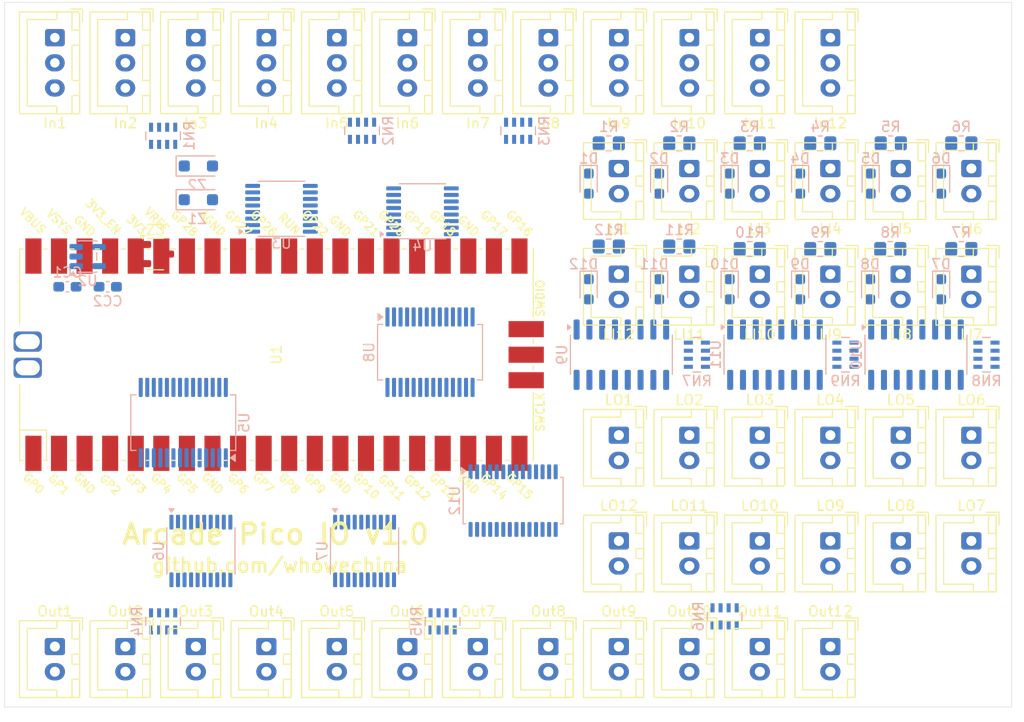
<source format=kicad_pcb>
(kicad_pcb (version 20241229) (generator "pcbnew") (generator_version "9.0")
  (layers (0 "F.Cu" signal) (2 "B.Cu" signal) (13 "F.Paste" user) (15 "B.Paste" user) (5 "F.SilkS" user "F.Silkscreen") (7 "B.SilkS" user "B.Silkscreen") (1 "F.Mask" user) (3 "B.Mask" user) (25 "Edge.Cuts" user))
  (net 0 "")
  (net 1 "VBUS")
  (net 2 "GND")
  (net 3 "VHAL")
  (net 5 "Net-(LI1-Pin_1)")
  (net 6 "Net-(In1-Pin_2)")
  (net 7 "Net-(In2-Pin_2)")
  (net 8 "Net-(In3-Pin_2)")
  (net 9 "Net-(In4-Pin_2)")
  (net 10 "Net-(In5-Pin_2)")
  (net 11 "Net-(In6-Pin_2)")
  (net 12 "Net-(In7-Pin_2)")
  (net 13 "Net-(In8-Pin_2)")
  (net 14 "Net-(In9-Pin_2)")
  (net 15 "Net-(In10-Pin_2)")
  (net 16 "Net-(In11-Pin_2)")
  (net 17 "Net-(In12-Pin_2)")
  (net 20 "/SDA")
  (net 26 "/SCL")
  (net 31 "Net-(RN2-R4.1)")
  (net 32 "Net-(U1-GPIO26_ADC0)")
  (net 33 "/MUX_2")
  (net 34 "/MUX_1")
  (net 35 "Net-(RN2-R3.1)")
  (net 36 "Net-(RN2-R1.1)")
  (net 37 "Net-(RN2-R2.1)")
  (net 38 "/MUX_0")
  (net 39 "Net-(RN1-R2.1)")
  (net 40 "Net-(RN1-R3.1)")
  (net 41 "Net-(U1-GPIO27_ADC1)")
  (net 42 "Net-(RN1-R1.1)")
  (net 43 "Net-(RN1-R4.1)")
  (net 44 "Net-(RN3-R4.1)")
  (net 45 "Net-(RN3-R3.1)")
  (net 46 "Net-(RN3-R1.1)")
  (net 47 "Net-(RN3-R2.1)")
  (net 48 "Net-(LI2-Pin_1)")
  (net 49 "Net-(LI3-Pin_1)")
  (net 50 "Net-(LI4-Pin_1)")
  (net 51 "Net-(LI5-Pin_1)")
  (net 52 "+3V3")
  (net 53 "Net-(LO1-Pin_2)")
  (net 66 "Net-(U1-ADC_VREF)")
  (net 67 "VRGB")
  (net 69 "Net-(LI6-Pin_1)")
  (net 70 "Net-(LI7-Pin_1)")
  (net 71 "Net-(LI8-Pin_1)")
  (net 72 "Net-(LI9-Pin_1)")
  (net 73 "Net-(LI10-Pin_1)")
  (net 74 "Net-(LI11-Pin_1)")
  (net 75 "Net-(LI12-Pin_1)")
  (net 76 "Net-(Out1-Pin_1)")
  (net 77 "Net-(Out2-Pin_1)")
  (net 78 "Net-(Out3-Pin_1)")
  (net 79 "Net-(Out4-Pin_1)")
  (net 80 "Net-(Out5-Pin_1)")
  (net 81 "Net-(Out6-Pin_1)")
  (net 82 "Net-(Out7-Pin_1)")
  (net 83 "Net-(Out8-Pin_1)")
  (net 84 "Net-(Out9-Pin_1)")
  (net 85 "Net-(Out10-Pin_1)")
  (net 86 "Net-(Out11-Pin_1)")
  (net 87 "Net-(Out12-Pin_1)")
  (net 89 "Net-(RN5-R2.1)")
  (net 91 "Net-(RN5-R3.1)")
  (net 92 "Net-(RN6-R3.1)")
  (net 93 "Net-(RN6-R1.1)")
  (net 94 "Net-(RN6-R4.1)")
  (net 96 "Net-(RN5-R1.1)")
  (net 99 "Net-(RN6-R2.1)")
  (net 101 "Net-(RN5-R4.1)")
  (net 102 "Net-(LO2-Pin_2)")
  (net 103 "Net-(LO3-Pin_2)")
  (net 104 "Net-(LO4-Pin_2)")
  (net 105 "Net-(LO5-Pin_2)")
  (net 106 "Net-(LO6-Pin_2)")
  (net 107 "Net-(LO7-Pin_2)")
  (net 108 "Net-(LO9-Pin_2)")
  (net 109 "Net-(LO10-Pin_2)")
  (net 110 "Net-(LO11-Pin_2)")
  (net 111 "Net-(LO12-Pin_2)")
  (net 112 "VO")
  (net 113 "Net-(RN4-R2.1)")
  (net 114 "Net-(RN4-R3.1)")
  (net 115 "Net-(RN4-R1.1)")
  (net 116 "Net-(RN4-R4.1)")
  (net 131 "Net-(U5-GPB5)")
  (net 132 "Net-(U5-GPA2)")
  (net 133 "Net-(U5-GPB2)")
  (net 135 "Net-(U5-GPA0)")
  (net 136 "Net-(U5-GPA4)")
  (net 137 "Net-(U5-GPA5)")
  (net 140 "Net-(U5-GPB3)")
  (net 143 "Net-(U5-GPA1)")
  (net 144 "Net-(U5-GPA6)")
  (net 145 "Net-(U5-GPB7)")
  (net 146 "Net-(U5-GPB1)")
  (net 147 "Net-(U5-GPA3)")
  (net 148 "Net-(U5-GPB6)")
  (net 149 "Net-(U5-GPB4)")
  (net 150 "Net-(U5-GPB0)")
  (net 151 "Net-(U5-GPA7)")
  (net 158 "Net-(RN7-R2.1)")
  (net 159 "Net-(RN8-R1.1)")
  (net 160 "Net-(RN8-R4.1)")
  (net 161 "Net-(RN8-R2.1)")
  (net 162 "Net-(RN7-R3.1)")
  (net 163 "Net-(RN9-R3.1)")
  (net 164 "Net-(RN9-R1.1)")
  (net 165 "Net-(RN9-R4.1)")
  (net 166 "Net-(RN7-R1.1)")
  (net 167 "Net-(RN8-R3.1)")
  (net 168 "Net-(RN9-R2.1)")
  (net 169 "Net-(RN7-R4.1)")
  (net 174 "Net-(LO8-Pin_2)")
  (net 175 "Net-(D1-A)")
  (net 176 "Net-(D1-K)")
  (net 177 "Net-(D2-K)")
  (net 178 "Net-(D2-A)")
  (net 179 "Net-(D3-K)")
  (net 180 "Net-(D3-A)")
  (net 181 "Net-(D4-A)")
  (net 182 "Net-(D4-K)")
  (net 183 "Net-(D5-K)")
  (net 184 "Net-(D5-A)")
  (net 185 "Net-(D6-A)")
  (net 186 "Net-(D6-K)")
  (net 187 "Net-(D7-K)")
  (net 188 "Net-(D7-A)")
  (net 189 "Net-(D8-A)")
  (net 190 "Net-(D8-K)")
  (net 191 "Net-(D9-K)")
  (net 192 "Net-(D9-A)")
  (net 193 "Net-(D10-A)")
  (net 194 "Net-(D10-K)")
  (net 195 "Net-(D11-K)")
  (net 196 "Net-(D11-A)")
  (net 197 "Net-(D12-A)")
  (net 198 "Net-(D12-K)")
  (footprint "Connector_JST:JST_XH_B3B-XH-A_1x03_P2.50mm_Vertical" (layer "F.Cu") (at 119 73.5 -90)
    (property "Reference" "In3")
    (property "Value" "Conn_01x03_Pin")
  )
  (footprint "Connector_JST:JST_XH_B3B-XH-A_1x03_P2.50mm_Vertical" (layer "F.Cu") (at 133 73.5 -90)
    (property "Reference" "In5")
    (property "Value" "Conn_01x03_Pin")
  )
  (footprint "Connector_JST:JST_XH_B2B-XH-A_1x02_P2.50mm_Vertical" (layer "F.Cu") (at 189 113 -90)
    (property "Reference" "LO5")
    (property "Value" "Conn_01x02_Pin")
  )
  (footprint "Connector_JST:JST_XH_B2B-XH-A_1x02_P2.50mm_Vertical" (layer "F.Cu") (at 161 97 -90)
    (property "Reference" "LI12")
    (property "Value" "Conn_01x02_Pin")
  )
  (footprint "Connector_JST:JST_XH_B2B-XH-A_1x02_P2.50mm_Vertical" (layer "F.Cu") (at 112 134 -90)
    (property "Reference" "Out2")
    (property "Value" "Conn_01x02_Pin")
  )
  (footprint "Connector_JST:JST_XH_B3B-XH-A_1x03_P2.50mm_Vertical" (layer "F.Cu") (at 182 73.5 -90)
    (property "Reference" "In12")
    (property "Value" "Conn_01x03_Pin")
  )
  (footprint "Connector_JST:JST_XH_B2B-XH-A_1x02_P2.50mm_Vertical" (layer "F.Cu") (at 119 134 -90)
    (property "Reference" "Out3")
    (property "Value" "Conn_01x02_Pin")
  )
  (footprint "Connector_JST:JST_XH_B2B-XH-A_1x02_P2.50mm_Vertical" (layer "F.Cu") (at 168 123.5 -90)
    (property "Reference" "LO11")
    (property "Value" "Conn_01x02_Pin")
  )
  (footprint "Connector_JST:JST_XH_B3B-XH-A_1x03_P2.50mm_Vertical" (layer "F.Cu") (at 161 73.5 -90)
    (property "Reference" "In9")
    (property "Value" "Conn_01x03_Pin")
  )
  (footprint "Connector_JST:JST_XH_B2B-XH-A_1x02_P2.50mm_Vertical" (layer "F.Cu") (at 105 134 -90)
    (property "Reference" "Out1")
    (property "Value" "Conn_01x02_Pin")
  )
  (footprint "Connector_JST:JST_XH_B2B-XH-A_1x02_P2.50mm_Vertical" (layer "F.Cu") (at 168 97 -90)
    (property "Reference" "LI11")
    (property "Value" "Conn_01x02_Pin")
  )
  (footprint "Connector_JST:JST_XH_B2B-XH-A_1x02_P2.50mm_Vertical" (layer "F.Cu") (at 175 86.5 -90)
    (property "Reference" "LI3")
    (property "Value" "Conn_01x02_Pin")
  )
  (footprint "io:RPi_Pico_SMD_Pins" (layer "F.Cu") (at 127 105 90)
    (property "Reference" "U1")
    (property "Value" "PiPico")
  )
  (footprint "Connector_JST:JST_XH_B2B-XH-A_1x02_P2.50mm_Vertical" (layer "F.Cu") (at 126 134 -90)
    (property "Reference" "Out4")
    (property "Value" "Conn_01x02_Pin")
  )
  (footprint "Connector_JST:JST_XH_B3B-XH-A_1x03_P2.50mm_Vertical" (layer "F.Cu") (at 147 73.5 -90)
    (property "Reference" "In7")
    (property "Value" "Conn_01x03_Pin")
  )
  (footprint "Connector_JST:JST_XH_B2B-XH-A_1x02_P2.50mm_Vertical" (layer "F.Cu") (at 189 86.5 -90)
    (property "Reference" "LI5")
    (property "Value" "Conn_01x02_Pin")
  )
  (footprint "Connector_JST:JST_XH_B2B-XH-A_1x02_P2.50mm_Vertical" (layer "F.Cu") (at 182 134 -90)
    (property "Reference" "Out12")
    (property "Value" "Conn_01x02_Pin")
  )
  (footprint "Connector_JST:JST_XH_B3B-XH-A_1x03_P2.50mm_Vertical" (layer "F.Cu") (at 140 73.5 -90)
    (property "Reference" "In6")
    (property "Value" "Conn_01x03_Pin")
  )
  (footprint "Connector_JST:JST_XH_B2B-XH-A_1x02_P2.50mm_Vertical" (layer "F.Cu") (at 161 86.5 -90)
    (property "Reference" "LI1")
    (property "Value" "Conn_01x02_Pin")
  )
  (footprint "Connector_JST:JST_XH_B2B-XH-A_1x02_P2.50mm_Vertical" (layer "F.Cu") (at 196 123.5 -90)
    (property "Reference" "LO7")
    (property "Value" "Conn_01x02_Pin")
  )
  (footprint "Connector_JST:JST_XH_B2B-XH-A_1x02_P2.50mm_Vertical" (layer "F.Cu") (at 168 86.5 -90)
    (property "Reference" "LI2")
    (property "Value" "Conn_01x02_Pin")
  )
  (footprint "Connector_JST:JST_XH_B2B-XH-A_1x02_P2.50mm_Vertical" (layer "F.Cu") (at 182 86.5 -90)
    (property "Reference" "LI4")
    (property "Value" "Conn_01x02_Pin")
  )
  (footprint "Connector_JST:JST_XH_B2B-XH-A_1x02_P2.50mm_Vertical" (layer "F.Cu") (at 161 113 -90)
    (property "Reference" "LO1")
    (property "Value" "Conn_01x02_Pin")
  )
  (footprint "Connector_JST:JST_XH_B2B-XH-A_1x02_P2.50mm_Vertical" (layer "F.Cu") (at 188.975 97 -90)
    (property "Reference" "LI8")
    (property "Value" "Conn_01x02_Pin")
  )
  (footprint "Connector_JST:JST_XH_B2B-XH-A_1x02_P2.50mm_Vertical" (layer "F.Cu") (at 196 113 -90)
    (property "Reference" "LO6")
    (property "Value" "Conn_01x02_Pin")
  )
  (footprint "Connector_JST:JST_XH_B2B-XH-A_1x02_P2.50mm_Vertical" (layer "F.Cu") (at 168 134 -90)
    (property "Reference" "Out10")
    (property "Value" "Conn_01x02_Pin")
  )
  (footprint "Connector_JST:JST_XH_B2B-XH-A_1x02_P2.50mm_Vertical" (layer "F.Cu") (at 168 113 -90)
    (property "Reference" "LO2")
    (property "Value" "Conn_01x02_Pin")
  )
  (footprint "Connector_JST:JST_XH_B3B-XH-A_1x03_P2.50mm_Vertical" (layer "F.Cu") (at 112 73.5 -90)
    (property "Reference" "In2")
    (property "Value" "Conn_01x03_Pin")
  )
  (footprint "Connector_JST:JST_XH_B3B-XH-A_1x03_P2.50mm_Vertical" (layer "F.Cu") (at 126 73.5 -90)
    (property "Reference" "In4")
    (property "Value" "Conn_01x03_Pin")
  )
  (footprint "Connector_JST:JST_XH_B2B-XH-A_1x02_P2.50mm_Vertical" (layer "F.Cu") (at 147 134 -90)
    (property "Reference" "Out7")
    (property "Value" "Conn_01x02_Pin")
  )
  (footprint "Connector_JST:JST_XH_B3B-XH-A_1x03_P2.50mm_Vertical" (layer "F.Cu") (at 154 73.5 -90)
    (property "Reference" "In8")
    (property "Value" "Conn_01x03_Pin")
  )
  (footprint "Connector_JST:JST_XH_B2B-XH-A_1x02_P2.50mm_Vertical" (layer "F.Cu") (at 140 134 -90)
    (property "Reference" "Out6")
    (property "Value" "Conn_01x02_Pin")
  )
  (footprint "Connector_JST:JST_XH_B3B-XH-A_1x03_P2.50mm_Vertical" (layer "F.Cu") (at 175 73.5 -90)
    (property "Reference" "In11")
    (property "Value" "Conn_01x03_Pin")
  )
  (footprint "Connector_JST:JST_XH_B2B-XH-A_1x02_P2.50mm_Vertical" (layer "F.Cu") (at 182 123.5 -90)
    (property "Reference" "LO9")
    (property "Value" "Conn_01x02_Pin")
  )
  (footprint "Connector_JST:JST_XH_B3B-XH-A_1x03_P2.50mm_Vertical" (layer "F.Cu") (at 168 73.5 -90)
    (property "Reference" "In10")
    (property "Value" "Conn_01x03_Pin")
  )
  (footprint "Connector_JST:JST_XH_B3B-XH-A_1x03_P2.50mm_Vertical" (layer "F.Cu") (at 105 73.5 -90)
    (property "Reference" "In1")
    (property "Value" "Conn_01x03_Pin")
  )
  (footprint "Connector_JST:JST_XH_B2B-XH-A_1x02_P2.50mm_Vertical" (layer "F.Cu") (at 175 134 -90)
    (property "Reference" "Out11")
    (property "Value" "Conn_01x02_Pin")
  )
  (footprint "Connector_JST:JST_XH_B2B-XH-A_1x02_P2.50mm_Vertical" (layer "F.Cu") (at 161 123.5 -90)
    (property "Reference" "LO12")
    (property "Value" "Conn_01x02_Pin")
  )
  (footprint "Connector_JST:JST_XH_B2B-XH-A_1x02_P2.50mm_Vertical" (layer "F.Cu") (at 175 123.5 -90)
    (property "Reference" "LO10")
    (property "Value" "Conn_01x02_Pin")
  )
  (footprint "Connector_JST:JST_XH_B2B-XH-A_1x02_P2.50mm_Vertical" (layer "F.Cu") (at 133 134 -90)
    (property "Reference" "Out5")
    (property "Value" "Conn_01x02_Pin")
  )
  (footprint "Connector_JST:JST_XH_B2B-XH-A_1x02_P2.50mm_Vertical" (layer "F.Cu") (at 182 97 -90)
    (property "Reference" "LI9")
    (property "Value" "Conn_01x02_Pin")
  )
  (footprint "Connector_JST:JST_XH_B2B-XH-A_1x02_P2.50mm_Vertical" (layer "F.Cu") (at 161 134 -90)
    (property "Reference" "Out9")
    (property "Value" "Conn_01x02_Pin")
  )
  (footprint "Connector_JST:JST_XH_B2B-XH-A_1x02_P2.50mm_Vertical" (layer "F.Cu") (at 154 134 -90)
    (property "Reference" "Out8")
    (property "Value" "Conn_01x02_Pin")
  )
  (footprint "Connector_JST:JST_XH_B2B-XH-A_1x02_P2.50mm_Vertical" (layer "F.Cu") (at 196 97 -90)
    (property "Reference" "LI7")
    (property "Value" "Conn_01x02_Pin")
  )
  (footprint "io:SOT-23-FAT" (layer "F.Cu") (at 115 95)
    (property "Reference" "Z3")
    (property "Value" "LM4040DBZ-2.1")
  )
  (footprint "Connector_JST:JST_XH_B2B-XH-A_1x02_P2.50mm_Vertical" (layer "F.Cu") (at 196 86.5 -90)
    (property "Reference" "LI6")
    (property "Value" "Conn_01x02_Pin")
  )
  (footprint "Connector_JST:JST_XH_B2B-XH-A_1x02_P2.50mm_Vertical" (layer "F.Cu") (at 175 97 -90)
    (property "Reference" "LI10")
    (property "Value" "Conn_01x02_Pin")
  )
  (footprint "Connector_JST:JST_XH_B2B-XH-A_1x02_P2.50mm_Vertical" (layer "F.Cu") (at 189 123.5 -90)
    (property "Reference" "LO8")
    (property "Value" "Conn_01x02_Pin")
  )
  (footprint "Connector_JST:JST_XH_B2B-XH-A_1x02_P2.50mm_Vertical" (layer "F.Cu") (at 175 113 -90)
    (property "Reference" "LO3")
    (property "Value" "Conn_01x02_Pin")
  )
  (footprint "Connector_JST:JST_XH_B2B-XH-A_1x02_P2.50mm_Vertical" (layer "F.Cu") (at 182 113 -90)
    (property "Reference" "LO4")
    (property "Value" "Conn_01x02_Pin")
  )
  (footprint "io:D_SOD-323_FAT" (layer "B.Cu") (at 158 98.5 -90)
    (property "Reference" "D12")
    (property "Value" "1N4148WS")
  )
  (footprint "Resistor_SMD:R_0805_2012Metric_Pad1.20x1.40mm_HandSolder" (layer "B.Cu") (at 160 84 180)
    (property "Reference" "R1")
    (property "Value" "1K")
  )
  (footprint "Package_SO:TSSOP-28_4.4x9.7mm_P0.65mm" (layer "B.Cu") (at 150.5 119.5 -90)
    (property "Reference" "U12")
    (property "Value" "PCA9635")
  )
  (footprint "io:D_SOD-323_FAT" (layer "B.Cu") (at 193 88 -90)
    (property "Reference" "D6")
    (property "Value" "1N4148WS")
  )
  (footprint "io:D_SOD-323_FAT" (layer "B.Cu") (at 165 98.5 -90)
    (property "Reference" "D11")
    (property "Value" "1N4148WS")
  )
  (footprint "Resistor_SMD:R_0805_2012Metric_Pad1.20x1.40mm_HandSolder" (layer "B.Cu") (at 167 84 180)
    (property "Reference" "R2")
    (property "Value" "1K")
  )
  (footprint "Resistor_SMD:R_Array_Concave_4x0603" (layer "B.Cu") (at 115.75 131.5 -90)
    (property "Reference" "RN4")
    (property "Value" "R_Pack04")
  )
  (footprint "Diode_SMD:D_SOD-123F" (layer "B.Cu") (at 119.25 89.6)
    (property "Reference" "Z1")
    (property "Value" "3.3V")
  )
  (footprint "Package_SO:SOP-16_3.9x9.9mm_P1.27mm" (layer "B.Cu") (at 190.5 105 -90)
    (property "Reference" "U10")
    (property "Value" "PC847")
  )
  (footprint "Resistor_SMD:R_Array_Concave_4x0603" (layer "B.Cu") (at 168.75 105)
    (property "Reference" "RN7")
    (property "Value" "R_Pack04")
  )
  (footprint "io:D_SOD-323_FAT" (layer "B.Cu") (at 179 88 -90)
    (property "Reference" "D4")
    (property "Value" "1N4148WS")
  )
  (footprint "io:D_SOD-323_FAT" (layer "B.Cu") (at 165 88 -90)
    (property "Reference" "D2")
    (property "Value" "1N4148WS")
  )
  (footprint "Package_SO:SSOP-28_5.3x10.2mm_P0.65mm" (layer "B.Cu") (at 117.75 111.75 90)
    (property "Reference" "U5")
    (property "Value" "MCP23017_SS")
  )
  (footprint "Package_SO:TSSOP-20_4.4x6.5mm_P0.65mm" (layer "B.Cu") (at 119.5 124.5 -90)
    (property "Reference" "U6")
    (property "Value" "74HCT245")
  )
  (footprint "Resistor_SMD:R_0805_2012Metric_Pad1.20x1.40mm_HandSolder" (layer "B.Cu") (at 167 94.25 180)
    (property "Reference" "R11")
    (property "Value" "1K")
  )
  (footprint "Package_SO:TSSOP-16_4.4x5mm_P0.65mm" (layer "B.Cu") (at 141.5 90.75)
    (property "Reference" "U4")
    (property "Value" "ADG708BRUZ")
  )
  (footprint "Resistor_SMD:R_Array_Concave_4x0603" (layer "B.Cu") (at 171.5 131 -90)
    (property "Reference" "RN6")
    (property "Value" "R_Pack04")
  )
  (footprint "Resistor_SMD:R_Array_Concave_4x0603" (layer "B.Cu") (at 183.5 105)
    (property "Reference" "RN9")
    (property "Value" "R_Pack04")
  )
  (footprint "Resistor_SMD:R_0805_2012Metric_Pad1.20x1.40mm_HandSolder" (layer "B.Cu") (at 174 84 180)
    (property "Reference" "R3")
    (property "Value" "1K")
  )
  (footprint "Resistor_SMD:R_0805_2012Metric_Pad1.20x1.40mm_HandSolder" (layer "B.Cu") (at 195 84 180)
    (property "Reference" "R6")
    (property "Value" "1K")
  )
  (footprint "Package_SO:SSOP-28_5.3x10.2mm_P0.65mm" (layer "B.Cu") (at 142.25 104.75 -90)
    (property "Reference" "U8")
    (property "Value" "MCP23017_SS")
  )
  (footprint "Capacitor_SMD:C_0603_1608Metric_Pad1.08x0.95mm_HandSolder" (layer "B.Cu") (at 106.25 98.25 180)
    (property "Reference" "CC1")
    (property "Value" "0.1uF")
  )
  (footprint "Resistor_SMD:R_0805_2012Metric_Pad1.20x1.40mm_HandSolder" (layer "B.Cu") (at 187.95 94.5 180)
    (property "Reference" "R8")
    (property "Value" "1K")
  )
  (footprint "Resistor_SMD:R_0805_2012Metric_Pad1.20x1.40mm_HandSolder" (layer "B.Cu") (at 174 94.5 180)
    (property "Reference" "R10")
    (property "Value" "1K")
  )
  (footprint "Resistor_SMD:R_0805_2012Metric_Pad1.20x1.40mm_HandSolder" (layer "B.Cu") (at 160 94.25 180)
    (property "Reference" "R12")
    (property "Value" "1K")
  )
  (footprint "io:D_SOD-323_FAT" (layer "B.Cu") (at 186 88 -90)
    (property "Reference" "D5")
    (property "Value" "1N4148WS")
  )
  (footprint "Diode_SMD:D_SOD-123F" (layer "B.Cu") (at 119.25 86.25)
    (property "Reference" "Z2")
    (property "Value" "3.3V")
  )
  (footprint "Resistor_SMD:R_Array_Concave_4x0603" (layer "B.Cu") (at 197.5 105)
    (property "Reference" "RN8")
    (property "Value" "R_Pack04")
  )
  (footprint "Package_SO:SOP-16_3.9x9.9mm_P1.27mm" (layer "B.Cu") (at 176.5 105 -90)
    (property "Reference" "U11")
    (property "Value" "PC847")
  )
  (footprint "io:D_SOD-323_FAT" (layer "B.Cu") (at 158 88 -90)
    (property "Reference" "D1")
    (property "Value" "1N4148WS")
  )
  (footprint "Resistor_SMD:R_Array_Concave_4x0603" (layer "B.Cu") (at 143.5 131.5 -90)
    (property "Reference" "RN5")
    (property "Value" "R_Pack04")
  )
  (footprint "Resistor_SMD:R_Array_Concave_4x0603" (layer "B.Cu") (at 115.75 83.25 90)
    (property "Reference" "RN1")
    (property "Value" "R_Pack04")
  )
  (footprint "io:D_SOD-323_FAT" (layer "B.Cu") (at 172 88 -90)
    (property "Reference" "D3")
    (property "Value" "1N4148WS")
  )
  (footprint "io:D_SOD-323_FAT" (layer "B.Cu") (at 193 98.5 -90)
    (property "Reference" "D7")
    (property "Value" "1N4148WS")
  )
  (footprint "Package_SO:TSSOP-16_4.4x5mm_P0.65mm" (layer "B.Cu") (at 127.5 90.5)
    (property "Reference" "U3")
    (property "Value" "ADG708BRUZ")
  )
  (footprint "Package_TO_SOT_SMD:SOT-23-5" (layer "B.Cu") (at 108.25 95.25)
    (property "Reference" "U2")
    (property "Value" "TPS7A2042")
  )
  (footprint "Package_SO:SOP-16_3.9x9.9mm_P1.27mm" (layer "B.Cu") (at 161.25 105 -90)
    (property "Reference" "U9")
    (property "Value" "PC847")
  )
  (footprint "Resistor_SMD:R_Array_Concave_4x0603" (layer "B.Cu") (at 151 82.75 90)
    (property "Reference" "RN3")
    (property "Value" "R_Pack04")
  )
  (footprint "Capacitor_SMD:C_0603_1608Metric_Pad1.08x0.95mm_HandSolder" (layer "B.Cu") (at 110.25 98.25)
    (property "Reference" "CC2")
    (property "Value" "0.1uF")
  )
  (footprint "Package_SO:TSSOP-20_4.4x6.5mm_P0.65mm" (layer "B.Cu") (at 135.75 124.5 -90)
    (property "Reference" "U7")
    (property "Value" "74HCT245")
  )
  (footprint "Resistor_SMD:R_0805_2012Metric_Pad1.20x1.40mm_HandSolder" (layer "B.Cu") (at 181 94.5 180)
    (property "Reference" "R9")
    (property "Value" "1K")
  )
  (footprint "io:D_SOD-323_FAT" (layer "B.Cu") (at 185.95 98.5 -90)
    (property "Reference" "D8")
    (property "Value" "1N4148WS")
  )
  (footprint "io:D_SOD-323_FAT" (layer "B.Cu") (at 172 98.5 -90)
    (property "Reference" "D10")
    (property "Value" "1N4148WS")
  )
  (footprint "Resistor_SMD:R_0805_2012Metric_Pad1.20x1.40mm_HandSolder" (layer "B.Cu") (at 195 94.5 180)
    (property "Reference" "R7")
    (property "Value" "1K")
  )
  (footprint "Resistor_SMD:R_0805_2012Metric_Pad1.20x1.40mm_HandSolder" (layer "B.Cu") (at 188 84 180)
    (property "Reference" "R5")
    (property "Value" "1K")
  )
  (footprint "io:D_SOD-323_FAT" (layer "B.Cu") (at 179 98.5 -90)
    (property "Reference" "D9")
    (property "Value" "1N4148WS")
  )
  (footprint "Resistor_SMD:R_0805_2012Metric_Pad1.20x1.40mm_HandSolder" (layer "B.Cu") (at 181 84 180)
    (property "Reference" "R4")
    (property "Value" "1K")
  )
  (footprint "Resistor_SMD:R_Array_Concave_4x0603" (layer "B.Cu") (at 135.5 82.75 90)
    (property "Reference" "RN2")
    (property "Value" "R_Pack04")
  )
  (gr_rect (start 100 70) (end 200 140) (stroke (width 0.05)) (fill no) (layer "Edge.Cuts"))
  (gr_text "Arcade Pico IO v1.0" (at 111.5 124 0) (layer "F.SilkS") (effects (font (size 2 2) (thickness 0.35) (bold yes)) (justify left bottom)))
  (gr_text "github.com/whowechina" (at 114.5 126.75 0) (layer "F.SilkS") (effects (font (size 1.4 1.4) (thickness 0.25) (bold yes)) (justify left bottom)))
)
</source>
